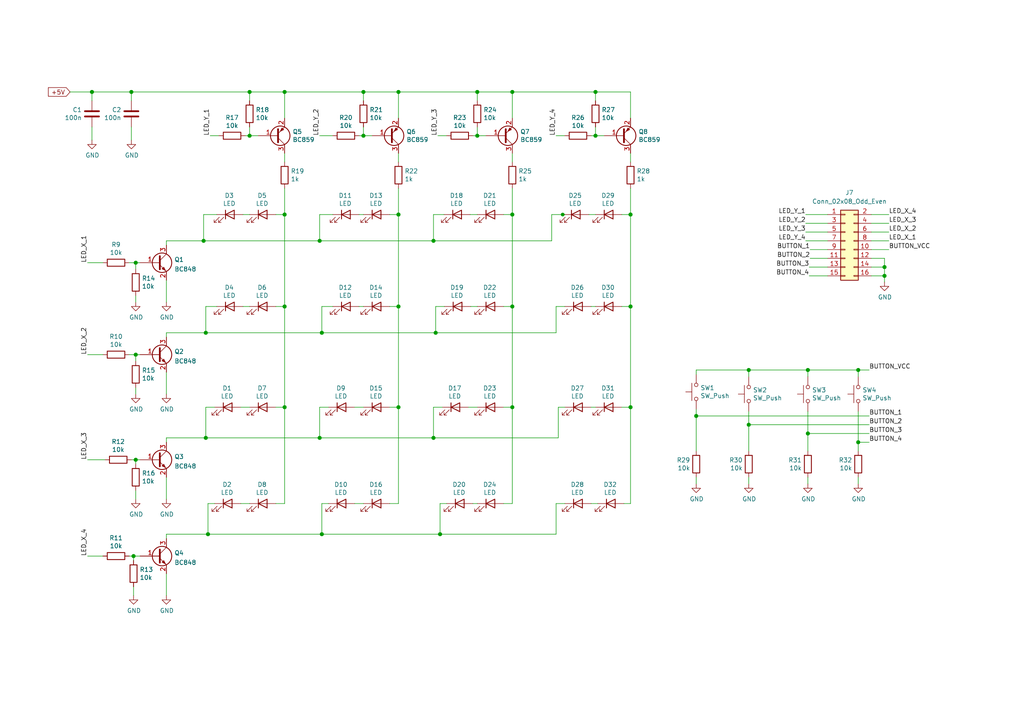
<source format=kicad_sch>
(kicad_sch (version 20211123) (generator eeschema)
  (paper "A4")
  (lib_symbols
    (symbol "Connector_Generic:Conn_02x08_Odd_Even" (pin_names (offset 1.016) hide)
      (property "Reference" "J" (at 1.27 10.16 0))
      (property "Value" "Conn_02x08_Odd_Even" (at 1.27 -12.7 0))
      (symbol "Conn_02x08_Odd_Even_1_1"
        (rectangle (start -1.27 -10.033) (end 0 -10.287) (stroke (width 0.1524)))
        (rectangle (start -1.27 -7.493) (end 0 -7.747) (stroke (width 0.1524)))
        (rectangle (start -1.27 -4.953) (end 0 -5.207) (stroke (width 0.1524)))
        (rectangle (start -1.27 -2.413) (end 0 -2.667) (stroke (width 0.1524)))
        (rectangle (start -1.27 0.127) (end 0 -0.127) (stroke (width 0.1524)))
        (rectangle (start -1.27 2.667) (end 0 2.413) (stroke (width 0.1524)))
        (rectangle (start -1.27 5.207) (end 0 4.953) (stroke (width 0.1524)))
        (rectangle (start -1.27 7.747) (end 0 7.493) (stroke (width 0.1524)))
        (rectangle (start -1.27 8.89) (end 3.81 -11.43) (stroke (width 0.254)) (fill (type background)))
        (rectangle (start 3.81 -10.033) (end 2.54 -10.287) (stroke (width 0.1524)))
        (rectangle (start 3.81 -7.493) (end 2.54 -7.747) (stroke (width 0.1524)))
        (rectangle (start 3.81 -4.953) (end 2.54 -5.207) (stroke (width 0.1524)))
        (rectangle (start 3.81 -2.413) (end 2.54 -2.667) (stroke (width 0.1524)))
        (rectangle (start 3.81 0.127) (end 2.54 -0.127) (stroke (width 0.1524)))
        (rectangle (start 3.81 2.667) (end 2.54 2.413) (stroke (width 0.1524)))
        (rectangle (start 3.81 5.207) (end 2.54 4.953) (stroke (width 0.1524)))
        (rectangle (start 3.81 7.747) (end 2.54 7.493) (stroke (width 0.1524)))
        (pin passive line (at -5.08 7.62 0) (length 3.81) (name "Pin_1") (number "1"))
        (pin passive line (at 7.62 -2.54 180) (length 3.81) (name "Pin_10") (number "10"))
        (pin passive line (at -5.08 -5.08 0) (length 3.81) (name "Pin_11") (number "11"))
        (pin passive line (at 7.62 -5.08 180) (length 3.81) (name "Pin_12") (number "12"))
        (pin passive line (at -5.08 -7.62 0) (length 3.81) (name "Pin_13") (number "13"))
        (pin passive line (at 7.62 -7.62 180) (length 3.81) (name "Pin_14") (number "14"))
        (pin passive line (at -5.08 -10.16 0) (length 3.81) (name "Pin_15") (number "15"))
        (pin passive line (at 7.62 -10.16 180) (length 3.81) (name "Pin_16") (number "16"))
        (pin passive line (at 7.62 7.62 180) (length 3.81) (name "Pin_2") (number "2"))
        (pin passive line (at -5.08 5.08 0) (length 3.81) (name "Pin_3") (number "3"))
        (pin passive line (at 7.62 5.08 180) (length 3.81) (name "Pin_4") (number "4"))
        (pin passive line (at -5.08 2.54 0) (length 3.81) (name "Pin_5") (number "5"))
        (pin passive line (at 7.62 2.54 180) (length 3.81) (name "Pin_6") (number "6"))
        (pin passive line (at -5.08 0 0) (length 3.81) (name "Pin_7") (number "7"))
        (pin passive line (at 7.62 0 180) (length 3.81) (name "Pin_8") (number "8"))
        (pin passive line (at -5.08 -2.54 0) (length 3.81) (name "Pin_9") (number "9"))
      )
    )
    (symbol "Device:C" (pin_numbers hide) (pin_names (offset 0.254))
      (property "Reference" "C" (at 0.635 2.54 0))
      (property "Value" "C" (at 0.635 -2.54 0))
      (symbol "C_0_1"
        (polyline (pts (xy -2.032 -0.762) (xy 2.032 -0.762)) (stroke (width 0.508)))
        (polyline (pts (xy -2.032 0.762) (xy 2.032 0.762)) (stroke (width 0.508)))
      )
      (symbol "C_1_1"
        (pin passive line (at 0 3.81 270) (length 2.794) (name "~") (number "1"))
        (pin passive line (at 0 -3.81 90) (length 2.794) (name "~") (number "2"))
      )
    )
    (symbol "Device:LED" (pin_numbers hide) (pin_names (offset 1.016) hide)
      (property "Reference" "D" (at 0 2.54 0))
      (property "Value" "LED" (at 0 -2.54 0))
      (symbol "LED_0_1"
        (polyline (pts (xy -1.27 -1.27) (xy -1.27 1.27)) (stroke (width 0.254)))
        (polyline (pts (xy -1.27 0) (xy 1.27 0)))
        (polyline (pts (xy 1.27 -1.27) (xy 1.27 1.27) (xy -1.27 0) (xy 1.27 -1.27)) (stroke (width 0.254)))
        (polyline (pts (xy -3.048 -0.762) (xy -4.572 -2.286) (xy -3.81 -2.286) (xy -4.572 -2.286) (xy -4.572 -1.524)))
        (polyline (pts (xy -1.778 -0.762) (xy -3.302 -2.286) (xy -2.54 -2.286) (xy -3.302 -2.286) (xy -3.302 -1.524)))
      )
      (symbol "LED_1_1"
        (pin passive line (at -3.81 0 0) (length 2.54) (name "K") (number "1"))
        (pin passive line (at 3.81 0 180) (length 2.54) (name "A") (number "2"))
      )
    )
    (symbol "Device:R" (pin_numbers hide) (pin_names (offset 0))
      (property "Reference" "R" (at 2.032 0 90))
      (property "Value" "R" (at 0 0 90))
      (symbol "R_0_1"
        (rectangle (start -1.016 -2.54) (end 1.016 2.54) (stroke (width 0.254)))
      )
      (symbol "R_1_1"
        (pin passive line (at 0 3.81 270) (length 1.27) (name "~") (number "1"))
        (pin passive line (at 0 -3.81 90) (length 1.27) (name "~") (number "2"))
      )
    )
    (symbol "Switch:SW_Push" (pin_numbers hide) (pin_names (offset 1.016) hide)
      (property "Reference" "SW" (at 1.27 2.54 0))
      (property "Value" "SW_Push" (at 0 -1.524 0))
      (symbol "SW_Push_0_1"
        (circle (center -2.032 0) (radius 0.508))
        (polyline (pts (xy 0 1.27) (xy 0 3.048)))
        (polyline (pts (xy 2.54 1.27) (xy -2.54 1.27)))
        (circle (center 2.032 0) (radius 0.508))
        (pin passive line (at -5.08 0 0) (length 2.54) (name "1") (number "1"))
        (pin passive line (at 5.08 0 180) (length 2.54) (name "2") (number "2"))
      )
    )
    (symbol "Transistor_BJT:BC848" (pin_names (offset 0) hide)
      (property "Reference" "Q" (at 5.08 1.905 0))
      (property "Value" "BC848" (at 5.08 0 0))
      (symbol "BC848_0_1"
        (polyline (pts (xy 0.635 0.635) (xy 2.54 2.54)))
        (polyline (pts (xy 0.635 -0.635) (xy 2.54 -2.54) (xy 2.54 -2.54)))
        (polyline (pts (xy 0.635 1.905) (xy 0.635 -1.905) (xy 0.635 -1.905)) (stroke (width 0.508)))
        (polyline (pts (xy 1.27 -1.778) (xy 1.778 -1.27) (xy 2.286 -2.286) (xy 1.27 -1.778) (xy 1.27 -1.778)) (fill (type outline)))
        (circle (center 1.27 0) (radius 2.8194) (stroke (width 0.254)))
      )
      (symbol "BC848_1_1"
        (pin input line (at -5.08 0 0) (length 5.715) (name "B") (number "1"))
        (pin passive line (at 2.54 -5.08 90) (length 2.54) (name "E") (number "2"))
        (pin passive line (at 2.54 5.08 270) (length 2.54) (name "C") (number "3"))
      )
    )
    (symbol "Transistor_BJT:BC859" (pin_names (offset 0) hide)
      (property "Reference" "Q" (at 5.08 1.905 0))
      (property "Value" "BC859" (at 5.08 0 0))
      (symbol "BC859_0_1"
        (polyline (pts (xy 0.635 0.635) (xy 2.54 2.54)))
        (polyline (pts (xy 0.635 -0.635) (xy 2.54 -2.54) (xy 2.54 -2.54)))
        (polyline (pts (xy 0.635 1.905) (xy 0.635 -1.905) (xy 0.635 -1.905)) (stroke (width 0.508)))
        (polyline (pts (xy 2.286 -1.778) (xy 1.778 -2.286) (xy 1.27 -1.27) (xy 2.286 -1.778) (xy 2.286 -1.778)) (fill (type outline)))
        (circle (center 1.27 0) (radius 2.8194) (stroke (width 0.254)))
      )
      (symbol "BC859_1_1"
        (pin input line (at -5.08 0 0) (length 5.715) (name "B") (number "1"))
        (pin passive line (at 2.54 -5.08 90) (length 2.54) (name "E") (number "2"))
        (pin passive line (at 2.54 5.08 270) (length 2.54) (name "C") (number "3"))
      )
    )
    (symbol "power:GND" (power) (pin_names (offset 0))
      (property "Value" "GND" (at 0 -3.81 0))
      (symbol "GND_0_1"
        (polyline (pts (xy 0 0) (xy 0 -1.27) (xy 1.27 -1.27) (xy 0 -2.54) (xy -1.27 -1.27) (xy 0 -1.27)))
      )
      (symbol "GND_1_1"
        (pin power_in line (at 0 0 270) (length 0) hide (name "GND") (number "1"))
      )
    )
  )
  (junction (at 115.57 88.9) (diameter 1.016))
  (junction (at 217.17 107.315) (diameter 1.016))
  (junction (at 38.735 161.29) (diameter 1.016))
  (junction (at 182.88 118.11) (diameter 1.016))
  (junction (at 82.55 26.67) (diameter 1.016))
  (junction (at 125.73 69.85) (diameter 1.016))
  (junction (at 92.71 69.85) (diameter 1.016))
  (junction (at 256.54 80.01) (diameter 1.016))
  (junction (at 148.59 26.67) (diameter 1.016))
  (junction (at 93.345 96.52) (diameter 1.016))
  (junction (at 59.69 96.52) (diameter 1.016))
  (junction (at 148.59 118.11) (diameter 1.016))
  (junction (at 72.39 26.67) (diameter 1.016))
  (junction (at 82.55 88.9) (diameter 1.016))
  (junction (at 248.92 107.315) (diameter 1.016))
  (junction (at 125.73 127) (diameter 1.016))
  (junction (at 234.315 107.315) (diameter 1.016))
  (junction (at 82.55 118.11) (diameter 1.016))
  (junction (at 182.88 62.23) (diameter 1.016))
  (junction (at 127.635 154.94) (diameter 1.016))
  (junction (at 201.93 120.65) (diameter 1.016))
  (junction (at 234.315 125.73) (diameter 1.016))
  (junction (at 172.72 26.67) (diameter 1.016))
  (junction (at 38.1 26.67) (diameter 1.016))
  (junction (at 163.195 62.23))
  (junction (at 59.055 69.85) (diameter 1.016))
  (junction (at 115.57 118.11) (diameter 1.016))
  (junction (at 182.88 88.9) (diameter 1.016))
  (junction (at 60.325 154.94) (diameter 1.016))
  (junction (at 72.39 39.37) (diameter 1.016))
  (junction (at 138.43 39.37) (diameter 1.016))
  (junction (at 93.345 154.94) (diameter 1.016))
  (junction (at 59.69 127) (diameter 1.016))
  (junction (at 105.41 39.37) (diameter 1.016))
  (junction (at 148.59 62.23) (diameter 1.016))
  (junction (at 115.57 26.67) (diameter 1.016))
  (junction (at 248.92 128.27) (diameter 1.016))
  (junction (at 92.71 127) (diameter 1.016))
  (junction (at 115.57 62.23) (diameter 1.016))
  (junction (at 39.37 133.35) (diameter 1.016))
  (junction (at 217.17 123.19) (diameter 1.016))
  (junction (at 148.59 88.9) (diameter 1.016))
  (junction (at 105.41 26.67) (diameter 1.016))
  (junction (at 39.37 102.87) (diameter 1.016))
  (junction (at 82.55 62.23) (diameter 1.016))
  (junction (at 39.37 76.2) (diameter 1.016))
  (junction (at 126.365 96.52) (diameter 1.016))
  (junction (at 256.54 77.47) (diameter 1.016))
  (junction (at 26.67 26.67) (diameter 1.016))
  (junction (at 138.43 26.67) (diameter 1.016))
  (junction (at 172.72 39.37) (diameter 1.016))
  (wire (pts (xy 248.92 138.43) (xy 248.92 140.335)))
  (wire (pts (xy 69.85 146.05) (xy 72.39 146.05)))
  (wire (pts (xy 105.41 62.23) (xy 104.14 62.23)))
  (wire (pts (xy 234.696 80.01) (xy 240.03 80.01)))
  (wire (pts (xy 25.4 76.2) (xy 29.845 76.2)))
  (wire (pts (xy 105.41 118.11) (xy 102.87 118.11)))
  (wire (pts (xy 182.88 118.11) (xy 182.88 146.05)))
  (wire (pts (xy 82.55 118.11) (xy 80.01 118.11)))
  (wire (pts (xy 234.315 138.43) (xy 234.315 140.335)))
  (wire (pts (xy 82.55 118.11) (xy 82.55 146.05)))
  (wire (pts (xy 172.72 88.9) (xy 171.45 88.9)))
  (wire (pts (xy 201.93 138.43) (xy 201.93 140.335)))
  (wire (pts (xy 148.59 26.67) (xy 148.59 34.29)))
  (wire (pts (xy 182.88 44.45) (xy 182.88 46.99)))
  (wire (pts (xy 25.4 102.87) (xy 29.845 102.87)))
  (wire (pts (xy 60.325 146.05) (xy 60.325 154.94)))
  (wire (pts (xy 62.23 146.05) (xy 60.325 146.05)))
  (wire (pts (xy 129.54 39.37) (xy 127 39.37)))
  (wire (pts (xy 74.93 39.37) (xy 72.39 39.37)))
  (wire (pts (xy 82.55 44.45) (xy 82.55 46.99)))
  (wire (pts (xy 93.345 146.05) (xy 93.345 154.94)))
  (wire (pts (xy 95.25 146.05) (xy 93.345 146.05)))
  (wire (pts (xy 115.57 118.11) (xy 115.57 146.05)))
  (wire (pts (xy 115.57 44.45) (xy 115.57 46.99)))
  (wire (pts (xy 248.92 128.27) (xy 248.92 119.38)))
  (wire (pts (xy 252.095 128.27) (xy 248.92 128.27)))
  (wire (pts (xy 63.5 39.37) (xy 60.96 39.37)))
  (wire (pts (xy 72.39 88.9) (xy 70.485 88.9)))
  (wire (pts (xy 39.37 76.2) (xy 37.465 76.2)))
  (wire (pts (xy 40.64 76.2) (xy 39.37 76.2)))
  (wire (pts (xy 180.34 62.23) (xy 182.88 62.23)))
  (wire (pts (xy 20.32 26.67) (xy 26.67 26.67)))
  (wire (pts (xy 26.67 26.67) (xy 38.1 26.67)))
  (wire (pts (xy 48.26 96.52) (xy 48.26 97.79)))
  (wire (pts (xy 234.696 77.47) (xy 240.03 77.47)))
  (wire (pts (xy 248.92 107.315) (xy 252.095 107.315)))
  (wire (pts (xy 115.57 26.67) (xy 115.57 34.29)))
  (wire (pts (xy 172.72 39.37) (xy 171.45 39.37)))
  (wire (pts (xy 48.26 69.85) (xy 59.055 69.85)))
  (wire (pts (xy 59.055 69.85) (xy 92.71 69.85)))
  (wire (pts (xy 92.71 69.85) (xy 125.73 69.85)))
  (wire (pts (xy 125.73 69.85) (xy 160.02 69.85)))
  (wire (pts (xy 26.67 36.83) (xy 26.67 40.64)))
  (wire (pts (xy 115.57 118.11) (xy 113.03 118.11)))
  (wire (pts (xy 127.635 146.05) (xy 127.635 154.94)))
  (wire (pts (xy 129.54 146.05) (xy 127.635 146.05)))
  (wire (pts (xy 240.03 74.93) (xy 234.95 74.93)))
  (wire (pts (xy 72.39 39.37) (xy 71.12 39.37)))
  (wire (pts (xy 92.71 62.23) (xy 92.71 69.85)))
  (wire (pts (xy 96.52 62.23) (xy 92.71 62.23)))
  (wire (pts (xy 107.95 39.37) (xy 105.41 39.37)))
  (wire (pts (xy 105.41 36.83) (xy 105.41 39.37)))
  (wire (pts (xy 38.735 170.18) (xy 38.735 172.72)))
  (wire (pts (xy 72.39 36.83) (xy 72.39 39.37)))
  (wire (pts (xy 39.37 102.87) (xy 37.465 102.87)))
  (wire (pts (xy 40.64 102.87) (xy 39.37 102.87)))
  (wire (pts (xy 113.03 88.9) (xy 115.57 88.9)))
  (wire (pts (xy 252.73 72.39) (xy 257.81 72.39)))
  (wire (pts (xy 82.55 62.23) (xy 82.55 88.9)))
  (wire (pts (xy 161.925 118.11) (xy 161.925 127)))
  (wire (pts (xy 163.83 118.11) (xy 161.925 118.11)))
  (wire (pts (xy 137.16 146.05) (xy 138.43 146.05)))
  (wire (pts (xy 59.69 127) (xy 92.71 127)))
  (wire (pts (xy 217.17 138.43) (xy 217.17 140.335)))
  (wire (pts (xy 171.45 118.11) (xy 172.72 118.11)))
  (wire (pts (xy 82.55 54.61) (xy 82.55 62.23)))
  (wire (pts (xy 136.398 62.23) (xy 138.43 62.23)))
  (wire (pts (xy 148.59 62.23) (xy 148.59 88.9)))
  (wire (pts (xy 80.01 88.9) (xy 82.55 88.9)))
  (wire (pts (xy 252.73 69.85) (xy 257.81 69.85)))
  (wire (pts (xy 48.26 154.94) (xy 48.26 156.21)))
  (wire (pts (xy 105.41 29.21) (xy 105.41 26.67)))
  (wire (pts (xy 240.03 64.77) (xy 233.68 64.77)))
  (wire (pts (xy 39.37 142.24) (xy 39.37 144.78)))
  (wire (pts (xy 82.55 88.9) (xy 82.55 118.11)))
  (wire (pts (xy 160.02 62.23) (xy 160.02 69.85)))
  (wire (pts (xy 39.37 133.35) (xy 38.1 133.35)))
  (wire (pts (xy 40.64 133.35) (xy 39.37 133.35)))
  (wire (pts (xy 82.55 26.67) (xy 82.55 34.29)))
  (wire (pts (xy 39.37 102.87) (xy 39.37 104.775)))
  (wire (pts (xy 175.26 39.37) (xy 172.72 39.37)))
  (wire (pts (xy 217.17 107.315) (xy 201.93 107.315)))
  (wire (pts (xy 161.29 88.9) (xy 161.29 96.52)))
  (wire (pts (xy 163.83 88.9) (xy 161.29 88.9)))
  (wire (pts (xy 252.73 67.31) (xy 257.81 67.31)))
  (wire (pts (xy 105.41 26.67) (xy 115.57 26.67)))
  (wire (pts (xy 201.93 118.745) (xy 201.93 120.65)))
  (wire (pts (xy 201.93 120.65) (xy 201.93 130.81)))
  (wire (pts (xy 60.325 154.94) (xy 93.345 154.94)))
  (wire (pts (xy 93.345 154.94) (xy 127.635 154.94)))
  (wire (pts (xy 127.635 154.94) (xy 161.29 154.94)))
  (wire (pts (xy 182.88 118.11) (xy 180.34 118.11)))
  (wire (pts (xy 72.39 26.67) (xy 82.55 26.67)))
  (wire (pts (xy 126.365 88.9) (xy 126.365 96.52)))
  (wire (pts (xy 128.905 88.9) (xy 126.365 88.9)))
  (wire (pts (xy 92.71 118.11) (xy 92.71 127)))
  (wire (pts (xy 95.25 118.11) (xy 92.71 118.11)))
  (wire (pts (xy 171.45 146.05) (xy 173.355 146.05)))
  (wire (pts (xy 148.59 26.67) (xy 172.72 26.67)))
  (wire (pts (xy 163.195 62.23) (xy 163.83 62.23)))
  (wire (pts (xy 38.735 161.29) (xy 37.465 161.29)))
  (wire (pts (xy 40.64 161.29) (xy 38.735 161.29)))
  (wire (pts (xy 182.88 146.05) (xy 180.975 146.05)))
  (wire (pts (xy 115.57 146.05) (xy 113.03 146.05)))
  (wire (pts (xy 70.485 62.23) (xy 72.39 62.23)))
  (wire (pts (xy 72.39 29.21) (xy 72.39 26.67)))
  (wire (pts (xy 172.72 26.67) (xy 182.88 26.67)))
  (wire (pts (xy 138.43 88.9) (xy 136.525 88.9)))
  (wire (pts (xy 102.87 146.05) (xy 105.41 146.05)))
  (wire (pts (xy 252.095 123.19) (xy 217.17 123.19)))
  (wire (pts (xy 38.1 29.21) (xy 38.1 26.67)))
  (wire (pts (xy 48.26 87.63) (xy 48.26 81.28)))
  (wire (pts (xy 172.72 29.21) (xy 172.72 26.67)))
  (wire (pts (xy 234.315 125.73) (xy 234.315 130.81)))
  (wire (pts (xy 240.03 69.85) (xy 233.68 69.85)))
  (wire (pts (xy 148.59 54.61) (xy 148.59 62.23)))
  (wire (pts (xy 39.37 112.395) (xy 39.37 114.3)))
  (wire (pts (xy 180.34 88.9) (xy 182.88 88.9)))
  (wire (pts (xy 105.41 39.37) (xy 104.14 39.37)))
  (wire (pts (xy 217.17 119.38) (xy 217.17 123.19)))
  (wire (pts (xy 217.17 123.19) (xy 217.17 130.81)))
  (wire (pts (xy 105.41 88.9) (xy 104.14 88.9)))
  (wire (pts (xy 48.26 127) (xy 59.69 127)))
  (wire (pts (xy 92.71 127) (xy 125.73 127)))
  (wire (pts (xy 125.73 127) (xy 161.925 127)))
  (wire (pts (xy 115.57 88.9) (xy 115.57 118.11)))
  (wire (pts (xy 252.73 77.47) (xy 256.54 77.47)))
  (wire (pts (xy 38.735 161.29) (xy 38.735 162.56)))
  (wire (pts (xy 161.29 146.05) (xy 161.29 154.94)))
  (wire (pts (xy 163.83 146.05) (xy 161.29 146.05)))
  (wire (pts (xy 48.26 144.78) (xy 48.26 138.43)))
  (wire (pts (xy 38.1 26.67) (xy 72.39 26.67)))
  (wire (pts (xy 182.88 62.23) (xy 182.88 88.9)))
  (wire (pts (xy 138.43 26.67) (xy 148.59 26.67)))
  (wire (pts (xy 59.69 118.11) (xy 59.69 127)))
  (wire (pts (xy 62.23 118.11) (xy 59.69 118.11)))
  (wire (pts (xy 182.88 88.9) (xy 182.88 118.11)))
  (wire (pts (xy 125.73 62.23) (xy 125.73 69.85)))
  (wire (pts (xy 256.54 74.93) (xy 256.54 77.47)))
  (wire (pts (xy 148.59 88.9) (xy 148.59 118.11)))
  (wire (pts (xy 59.055 62.23) (xy 59.055 69.85)))
  (wire (pts (xy 62.865 62.23) (xy 59.055 62.23)))
  (wire (pts (xy 252.73 62.23) (xy 257.81 62.23)))
  (wire (pts (xy 234.315 125.73) (xy 234.315 119.38)))
  (wire (pts (xy 252.095 125.73) (xy 234.315 125.73)))
  (wire (pts (xy 125.73 118.11) (xy 125.73 127)))
  (wire (pts (xy 128.27 118.11) (xy 125.73 118.11)))
  (wire (pts (xy 172.72 36.83) (xy 172.72 39.37)))
  (wire (pts (xy 182.88 54.61) (xy 182.88 62.23)))
  (wire (pts (xy 172.72 62.23) (xy 170.815 62.23)))
  (wire (pts (xy 115.57 62.23) (xy 115.57 88.9)))
  (wire (pts (xy 25.4 161.29) (xy 29.845 161.29)))
  (wire (pts (xy 48.26 114.3) (xy 48.26 107.95)))
  (wire (pts (xy 82.55 146.05) (xy 80.01 146.05)))
  (wire (pts (xy 252.73 74.93) (xy 256.54 74.93)))
  (wire (pts (xy 115.57 26.67) (xy 138.43 26.67)))
  (wire (pts (xy 115.57 54.61) (xy 115.57 62.23)))
  (wire (pts (xy 240.03 62.23) (xy 233.68 62.23)))
  (wire (pts (xy 148.59 118.11) (xy 146.05 118.11)))
  (wire (pts (xy 252.73 80.01) (xy 256.54 80.01)))
  (wire (pts (xy 256.54 77.47) (xy 256.54 80.01)))
  (wire (pts (xy 256.54 80.01) (xy 256.54 81.788)))
  (wire (pts (xy 146.05 62.23) (xy 148.59 62.23)))
  (wire (pts (xy 182.88 26.67) (xy 182.88 34.29)))
  (wire (pts (xy 240.03 72.39) (xy 234.95 72.39)))
  (wire (pts (xy 248.92 128.27) (xy 248.92 130.81)))
  (wire (pts (xy 48.26 154.94) (xy 60.325 154.94)))
  (wire (pts (xy 125.73 62.23) (xy 128.778 62.23)))
  (wire (pts (xy 80.01 62.23) (xy 82.55 62.23)))
  (wire (pts (xy 39.37 76.2) (xy 39.37 78.105)))
  (wire (pts (xy 201.93 120.65) (xy 252.095 120.65)))
  (wire (pts (xy 146.05 88.9) (xy 148.59 88.9)))
  (wire (pts (xy 48.26 69.85) (xy 48.26 71.12)))
  (wire (pts (xy 48.26 172.72) (xy 48.26 166.37)))
  (wire (pts (xy 234.315 107.315) (xy 248.92 107.315)))
  (wire (pts (xy 248.92 107.315) (xy 248.92 109.22)))
  (wire (pts (xy 96.52 39.37) (xy 92.71 39.37)))
  (wire (pts (xy 201.93 107.315) (xy 201.93 108.585)))
  (wire (pts (xy 93.345 88.9) (xy 93.345 96.52)))
  (wire (pts (xy 96.52 88.9) (xy 93.345 88.9)))
  (wire (pts (xy 140.97 39.37) (xy 138.43 39.37)))
  (wire (pts (xy 82.55 26.67) (xy 105.41 26.67)))
  (wire (pts (xy 234.315 107.315) (xy 234.315 109.22)))
  (wire (pts (xy 48.26 96.52) (xy 59.69 96.52)))
  (wire (pts (xy 59.69 96.52) (xy 93.345 96.52)))
  (wire (pts (xy 93.345 96.52) (xy 126.365 96.52)))
  (wire (pts (xy 126.365 96.52) (xy 161.29 96.52)))
  (wire (pts (xy 39.37 133.35) (xy 39.37 134.62)))
  (wire (pts (xy 39.37 85.725) (xy 39.37 87.63)))
  (wire (pts (xy 148.59 44.45) (xy 148.59 46.99)))
  (wire (pts (xy 138.43 39.37) (xy 137.16 39.37)))
  (wire (pts (xy 148.59 118.11) (xy 148.59 146.05)))
  (wire (pts (xy 59.69 88.9) (xy 59.69 96.52)))
  (wire (pts (xy 62.865 88.9) (xy 59.69 88.9)))
  (wire (pts (xy 217.17 107.315) (xy 217.17 109.22)))
  (wire (pts (xy 148.59 146.05) (xy 146.05 146.05)))
  (wire (pts (xy 135.89 118.11) (xy 138.43 118.11)))
  (wire (pts (xy 138.43 29.21) (xy 138.43 26.67)))
  (wire (pts (xy 69.85 118.11) (xy 72.39 118.11)))
  (wire (pts (xy 38.1 36.83) (xy 38.1 40.64)))
  (wire (pts (xy 252.73 64.77) (xy 257.81 64.77)))
  (wire (pts (xy 240.03 67.31) (xy 233.68 67.31)))
  (wire (pts (xy 163.83 39.37) (xy 161.29 39.37)))
  (wire (pts (xy 48.26 127) (xy 48.26 128.27)))
  (wire (pts (xy 26.67 29.21) (xy 26.67 26.67)))
  (wire (pts (xy 217.17 107.315) (xy 234.315 107.315)))
  (wire (pts (xy 113.03 62.23) (xy 115.57 62.23)))
  (wire (pts (xy 138.43 36.83) (xy 138.43 39.37)))
  (wire (pts (xy 25.4 133.35) (xy 30.48 133.35)))
  (wire (pts (xy 160.02 62.23) (xy 163.195 62.23)))
  (label "LED_Y_3" (at 127 39.37 90))
  (label "BUTTON_3" (at 234.696 77.47 180))
  (label "LED_Y_4" (at 161.29 39.37 90))
  (label "LED_Y_2" (at 233.68 64.77 180))
  (label "LED_Y_2" (at 92.71 39.37 90))
  (label "LED_Y_1" (at 233.68 62.23 180))
  (label "BUTTON_2" (at 252.095 123.19 0))
  (label "LED_Y_4" (at 233.68 69.85 180))
  (label "BUTTON_1" (at 252.095 120.65 0))
  (label "LED_Y_1" (at 60.96 39.37 90))
  (label "LED_X_2" (at 25.4 102.87 90))
  (label "BUTTON_4" (at 234.696 80.01 180))
  (label "BUTTON_3" (at 252.095 125.73 0))
  (label "LED_X_2" (at 257.81 67.31 0))
  (label "BUTTON_VCC" (at 252.095 107.315 0))
  (label "LED_Y_3" (at 233.68 67.31 180))
  (label "LED_X_1" (at 25.4 76.2 90))
  (label "BUTTON_VCC" (at 257.81 72.39 0))
  (label "BUTTON_4" (at 252.095 128.27 0))
  (label "BUTTON_1" (at 234.95 72.39 180))
  (label "LED_X_3" (at 25.4 133.35 90))
  (label "LED_X_4" (at 25.4 161.29 90))
  (label "BUTTON_2" (at 234.95 74.93 180))
  (label "LED_X_3" (at 257.81 64.77 0))
  (label "LED_X_4" (at 257.81 62.23 0))
  (label "LED_X_1" (at 257.81 69.85 0))
  (global_label "+5V" (shape input) (at 20.32 26.67 180) (property "Intersheet References" "${INTERSHEET_REFS}" (effects hide)))
  (symbol (lib_id "Switch:SW_Push") (at 201.93 113.665 90) (unit 1)
    (property "Reference" "SW1" (at 203.1492 112.4966 90) (effects (justify right)))
    (property "Value" "SW_Push" (at 203.1492 114.808 90) (effects (justify right)))
    (property "Footprint" "Button_Switch_THT:SW_PUSH_6mm" (effects hide))
  )
  (symbol (lib_id "Switch:SW_Push") (at 217.17 114.3 90) (unit 1)
    (property "Reference" "SW2" (at 218.3892 113.1316 90) (effects (justify right)))
    (property "Value" "SW_Push" (at 218.3892 115.443 90) (effects (justify right)))
    (property "Footprint" "Button_Switch_THT:SW_PUSH_6mm" (effects hide))
  )
  (symbol (lib_id "Device:LED") (at 176.53 62.23 0) (unit 1)
    (property "Reference" "D29" (at 176.3522 56.7182 0))
    (property "Value" "LED" (at 176.3522 59.0296 0))
    (property "Footprint" "LED_SMD:LED_1206_3216Metric" (effects hide))
  )
  (symbol (lib_id "Device:LED") (at 176.53 88.9 0) (unit 1)
    (property "Reference" "D30" (at 176.3522 83.3882 0))
    (property "Value" "LED" (at 176.3522 85.6996 0))
    (property "Footprint" "LED_SMD:LED_1206_3216Metric" (effects hide))
  )
  (symbol (lib_id "Device:LED") (at 176.53 118.11 0) (unit 1)
    (property "Reference" "D31" (at 176.3522 112.5982 0))
    (property "Value" "LED" (at 176.3522 114.9096 0))
    (property "Footprint" "LED_SMD:LED_1206_3216Metric" (effects hide))
  )
  (symbol (lib_id "Transistor_BJT:BC859") (at 180.34 39.37 0) (mirror x) (unit 1)
    (property "Reference" "Q8" (at 185.1914 38.2016 0) (effects (justify left)))
    (property "Value" "BC859" (at 185.1914 40.513 0) (effects (justify left)))
    (property "Footprint" "Package_TO_SOT_SMD:SOT-23" (effects hide))
    (property "Datasheet" "http://www.infineon.com/dgdl/Infineon-BC857SERIES_BC858SERIES_BC859SERIES_BC860SERIES-DS-v01_01-en.pdf?fileId=db3a304314dca389011541da0e3a1661" (effects hide))
  )
  (symbol (lib_id "Device:R") (at 172.72 33.02 0) (unit 1)
    (property "Reference" "R27" (at 174.498 31.8516 0) (effects (justify left)))
    (property "Value" "10k" (at 174.498 34.163 0) (effects (justify left)))
    (property "Footprint" "Resistor_SMD:R_0805_2012Metric" (effects hide))
  )
  (symbol (lib_id "Device:R") (at 167.64 39.37 270) (unit 1)
    (property "Reference" "R26" (at 167.64 34.1122 90))
    (property "Value" "10k" (at 167.64 36.4236 90))
    (property "Footprint" "Resistor_SMD:R_0805_2012Metric" (effects hide))
  )
  (symbol (lib_id "Device:R") (at 182.88 50.8 0) (unit 1)
    (property "Reference" "R28" (at 184.658 49.6316 0) (effects (justify left)))
    (property "Value" "1k" (at 184.658 51.943 0) (effects (justify left)))
    (property "Footprint" "Resistor_SMD:R_0805_2012Metric" (effects hide))
  )
  (symbol (lib_id "Device:LED") (at 76.2 146.05 0) (unit 1)
    (property "Reference" "D8" (at 76.0222 140.5382 0))
    (property "Value" "LED" (at 76.0222 142.8496 0))
    (property "Footprint" "LED_SMD:LED_1206_3216Metric" (effects hide))
  )
  (symbol (lib_id "Device:LED") (at 109.22 146.05 0) (unit 1)
    (property "Reference" "D16" (at 109.0422 140.5382 0))
    (property "Value" "LED" (at 109.0422 142.8496 0))
    (property "Footprint" "LED_SMD:LED_1206_3216Metric" (effects hide))
  )
  (symbol (lib_id "Device:LED") (at 142.24 146.05 0) (unit 1)
    (property "Reference" "D24" (at 142.0622 140.5382 0))
    (property "Value" "LED" (at 142.0622 142.8496 0))
    (property "Footprint" "LED_SMD:LED_1206_3216Metric" (effects hide))
  )
  (symbol (lib_id "Device:LED") (at 177.165 146.05 0) (unit 1)
    (property "Reference" "D32" (at 176.9872 140.5382 0))
    (property "Value" "LED" (at 176.9872 142.8496 0))
    (property "Footprint" "LED_SMD:LED_1206_3216Metric" (effects hide))
  )
  (symbol (lib_id "power:GND") (at 48.26 172.72 0) (unit 1)
    (property "Reference" "#PWR029" (effects hide))
    (property "Value" "GND" (at 48.387 177.1142 0))
  )
  (symbol (lib_id "Device:R") (at 33.655 161.29 270) (unit 1)
    (property "Reference" "R11" (at 33.655 156.0322 90))
    (property "Value" "10k" (at 33.655 158.3436 90))
    (property "Footprint" "Resistor_SMD:R_0805_2012Metric" (effects hide))
  )
  (symbol (lib_id "Device:R") (at 38.735 166.37 180) (unit 1)
    (property "Reference" "R13" (at 40.513 165.2016 0) (effects (justify right)))
    (property "Value" "10k" (at 40.513 167.513 0) (effects (justify right)))
    (property "Footprint" "Resistor_SMD:R_0805_2012Metric" (effects hide))
  )
  (symbol (lib_id "power:GND") (at 38.735 172.72 0) (unit 1)
    (property "Reference" "#PWR022" (effects hide))
    (property "Value" "GND" (at 38.862 177.1142 0))
  )
  (symbol (lib_id "Device:LED") (at 76.2 62.23 0) (unit 1)
    (property "Reference" "D5" (at 76.0222 56.7182 0))
    (property "Value" "LED" (at 76.0222 59.0296 0))
    (property "Footprint" "LED_SMD:LED_1206_3216Metric" (effects hide))
  )
  (symbol (lib_id "Device:LED") (at 76.2 88.9 0) (unit 1)
    (property "Reference" "D6" (at 76.0222 83.3882 0))
    (property "Value" "LED" (at 76.0222 85.6996 0))
    (property "Footprint" "LED_SMD:LED_1206_3216Metric" (effects hide))
  )
  (symbol (lib_id "Device:LED") (at 76.2 118.11 0) (unit 1)
    (property "Reference" "D7" (at 76.0222 112.5982 0))
    (property "Value" "LED" (at 76.0222 114.9096 0))
    (property "Footprint" "LED_SMD:LED_1206_3216Metric" (effects hide))
  )
  (symbol (lib_id "Device:LED") (at 109.22 62.23 0) (unit 1)
    (property "Reference" "D13" (at 109.0422 56.7182 0))
    (property "Value" "LED" (at 109.0422 59.0296 0))
    (property "Footprint" "LED_SMD:LED_1206_3216Metric" (effects hide))
  )
  (symbol (lib_id "Device:LED") (at 109.22 88.9 0) (unit 1)
    (property "Reference" "D14" (at 109.0422 83.3882 0))
    (property "Value" "LED" (at 109.0422 85.6996 0))
    (property "Footprint" "LED_SMD:LED_1206_3216Metric" (effects hide))
  )
  (symbol (lib_id "Device:LED") (at 109.22 118.11 0) (unit 1)
    (property "Reference" "D15" (at 109.0422 112.5982 0))
    (property "Value" "LED" (at 109.0422 114.9096 0))
    (property "Footprint" "LED_SMD:LED_1206_3216Metric" (effects hide))
  )
  (symbol (lib_id "Device:LED") (at 142.24 62.23 0) (unit 1)
    (property "Reference" "D21" (at 142.0622 56.7182 0))
    (property "Value" "LED" (at 142.0622 59.0296 0))
    (property "Footprint" "LED_SMD:LED_1206_3216Metric" (effects hide))
  )
  (symbol (lib_id "Device:LED") (at 142.24 88.9 0) (unit 1)
    (property "Reference" "D22" (at 142.0622 83.3882 0))
    (property "Value" "LED" (at 142.0622 85.6996 0))
    (property "Footprint" "LED_SMD:LED_1206_3216Metric" (effects hide))
  )
  (symbol (lib_id "Device:LED") (at 142.24 118.11 0) (unit 1)
    (property "Reference" "D23" (at 142.0622 112.5982 0))
    (property "Value" "LED" (at 142.0622 114.9096 0))
    (property "Footprint" "LED_SMD:LED_1206_3216Metric" (effects hide))
  )
  (symbol (lib_id "Transistor_BJT:BC859") (at 80.01 39.37 0) (mirror x) (unit 1)
    (property "Reference" "Q5" (at 84.8614 38.2016 0) (effects (justify left)))
    (property "Value" "BC859" (at 84.8614 40.513 0) (effects (justify left)))
    (property "Footprint" "Package_TO_SOT_SMD:SOT-23" (effects hide))
    (property "Datasheet" "http://www.infineon.com/dgdl/Infineon-BC857SERIES_BC858SERIES_BC859SERIES_BC860SERIES-DS-v01_01-en.pdf?fileId=db3a304314dca389011541da0e3a1661" (effects hide))
  )
  (symbol (lib_id "Device:R") (at 201.93 134.62 0) (unit 1)
    (property "Reference" "R29" (at 200.1774 133.4516 0) (effects (justify right)))
    (property "Value" "10k" (at 200.1774 135.763 0) (effects (justify right)))
    (property "Footprint" "Resistor_SMD:R_0805_2012Metric" (effects hide))
  )
  (symbol (lib_id "power:GND") (at 201.93 140.335 0) (unit 1)
    (property "Reference" "#PWR030" (effects hide))
    (property "Value" "GND" (at 202.057 144.7292 0))
  )
  (symbol (lib_id "power:GND") (at 48.26 87.63 0) (unit 1)
    (property "Reference" "#PWR026" (effects hide))
    (property "Value" "GND" (at 48.387 92.0242 0))
  )
  (symbol (lib_id "Device:R") (at 217.17 134.62 0) (unit 1)
    (property "Reference" "R30" (at 215.4174 133.4516 0) (effects (justify right)))
    (property "Value" "10k" (at 215.4174 135.763 0) (effects (justify right)))
    (property "Footprint" "Resistor_SMD:R_0805_2012Metric" (effects hide))
  )
  (symbol (lib_id "power:GND") (at 217.17 140.335 0) (unit 1)
    (property "Reference" "#PWR031" (effects hide))
    (property "Value" "GND" (at 217.297 144.7292 0))
  )
  (symbol (lib_id "Device:R") (at 72.39 33.02 0) (unit 1)
    (property "Reference" "R18" (at 74.168 31.8516 0) (effects (justify left)))
    (property "Value" "10k" (at 74.168 34.163 0) (effects (justify left)))
    (property "Footprint" "Resistor_SMD:R_0805_2012Metric" (effects hide))
  )
  (symbol (lib_id "Device:R") (at 67.31 39.37 270) (unit 1)
    (property "Reference" "R17" (at 67.31 34.1122 90))
    (property "Value" "10k" (at 67.31 36.4236 90))
    (property "Footprint" "Resistor_SMD:R_0805_2012Metric" (effects hide))
  )
  (symbol (lib_id "Transistor_BJT:BC859") (at 113.03 39.37 0) (mirror x) (unit 1)
    (property "Reference" "Q6" (at 117.8814 38.2016 0) (effects (justify left)))
    (property "Value" "BC859" (at 117.8814 40.513 0) (effects (justify left)))
    (property "Footprint" "Package_TO_SOT_SMD:SOT-23" (effects hide))
    (property "Datasheet" "http://www.infineon.com/dgdl/Infineon-BC857SERIES_BC858SERIES_BC859SERIES_BC860SERIES-DS-v01_01-en.pdf?fileId=db3a304314dca389011541da0e3a1661" (effects hide))
  )
  (symbol (lib_id "Device:R") (at 105.41 33.02 0) (unit 1)
    (property "Reference" "R21" (at 107.188 31.8516 0) (effects (justify left)))
    (property "Value" "10k" (at 107.188 34.163 0) (effects (justify left)))
    (property "Footprint" "Resistor_SMD:R_0805_2012Metric" (effects hide))
  )
  (symbol (lib_id "Device:R") (at 100.33 39.37 270) (unit 1)
    (property "Reference" "R20" (at 100.33 34.1122 90))
    (property "Value" "10k" (at 100.33 36.4236 90))
    (property "Footprint" "Resistor_SMD:R_0805_2012Metric" (effects hide))
  )
  (symbol (lib_id "Transistor_BJT:BC859") (at 146.05 39.37 0) (mirror x) (unit 1)
    (property "Reference" "Q7" (at 150.9014 38.2016 0) (effects (justify left)))
    (property "Value" "BC859" (at 150.9014 40.513 0) (effects (justify left)))
    (property "Footprint" "Package_TO_SOT_SMD:SOT-23" (effects hide))
    (property "Datasheet" "http://www.infineon.com/dgdl/Infineon-BC857SERIES_BC858SERIES_BC859SERIES_BC860SERIES-DS-v01_01-en.pdf?fileId=db3a304314dca389011541da0e3a1661" (effects hide))
  )
  (symbol (lib_id "Device:R") (at 138.43 33.02 0) (unit 1)
    (property "Reference" "R24" (at 140.208 31.8516 0) (effects (justify left)))
    (property "Value" "10k" (at 140.208 34.163 0) (effects (justify left)))
    (property "Footprint" "Resistor_SMD:R_0805_2012Metric" (effects hide))
  )
  (symbol (lib_id "Device:R") (at 133.35 39.37 270) (unit 1)
    (property "Reference" "R23" (at 133.35 34.1122 90))
    (property "Value" "10k" (at 133.35 36.4236 90))
    (property "Footprint" "Resistor_SMD:R_0805_2012Metric" (effects hide))
  )
  (symbol (lib_id "power:GND") (at 38.1 40.64 0) (unit 1)
    (property "Reference" "#PWR021" (effects hide))
    (property "Value" "GND" (at 38.227 45.0342 0))
  )
  (symbol (lib_id "Device:C") (at 38.1 33.02 0) (unit 1)
    (property "Reference" "C2" (at 35.179 31.8516 0) (effects (justify right)))
    (property "Value" "100n" (at 35.179 34.163 0) (effects (justify right)))
    (property "Footprint" "Capacitor_SMD:C_0805_2012Metric" (effects hide))
  )
  (symbol (lib_id "Device:R") (at 33.655 76.2 270) (unit 1)
    (property "Reference" "R9" (at 33.655 70.9422 90))
    (property "Value" "10k" (at 33.655 73.2536 90))
    (property "Footprint" "Resistor_SMD:R_0805_2012Metric" (effects hide))
  )
  (symbol (lib_id "Device:R") (at 39.37 81.915 180) (unit 1)
    (property "Reference" "R14" (at 41.148 80.7466 0) (effects (justify right)))
    (property "Value" "10k" (at 41.148 83.058 0) (effects (justify right)))
    (property "Footprint" "Resistor_SMD:R_0805_2012Metric" (effects hide))
  )
  (symbol (lib_id "power:GND") (at 39.37 87.63 0) (unit 1)
    (property "Reference" "#PWR023" (effects hide))
    (property "Value" "GND" (at 39.497 92.0242 0))
  )
  (symbol (lib_id "power:GND") (at 48.26 114.3 0) (unit 1)
    (property "Reference" "#PWR027" (effects hide))
    (property "Value" "GND" (at 48.387 118.6942 0))
  )
  (symbol (lib_id "Device:R") (at 33.655 102.87 270) (unit 1)
    (property "Reference" "R10" (at 33.655 97.6122 90))
    (property "Value" "10k" (at 33.655 99.9236 90))
    (property "Footprint" "Resistor_SMD:R_0805_2012Metric" (effects hide))
  )
  (symbol (lib_id "Device:R") (at 39.37 108.585 180) (unit 1)
    (property "Reference" "R15" (at 41.148 107.4166 0) (effects (justify right)))
    (property "Value" "10k" (at 41.148 109.728 0) (effects (justify right)))
    (property "Footprint" "Resistor_SMD:R_0805_2012Metric" (effects hide))
  )
  (symbol (lib_id "power:GND") (at 39.37 114.3 0) (unit 1)
    (property "Reference" "#PWR024" (effects hide))
    (property "Value" "GND" (at 39.497 118.6942 0))
  )
  (symbol (lib_id "power:GND") (at 48.26 144.78 0) (unit 1)
    (property "Reference" "#PWR028" (effects hide))
    (property "Value" "GND" (at 48.387 149.1742 0))
  )
  (symbol (lib_id "Device:R") (at 34.29 133.35 270) (unit 1)
    (property "Reference" "R12" (at 34.29 128.0922 90))
    (property "Value" "10k" (at 34.29 130.4036 90))
    (property "Footprint" "Resistor_SMD:R_0805_2012Metric" (effects hide))
  )
  (symbol (lib_id "Device:R") (at 39.37 138.43 180) (unit 1)
    (property "Reference" "R16" (at 41.148 137.2616 0) (effects (justify right)))
    (property "Value" "10k" (at 41.148 139.573 0) (effects (justify right)))
    (property "Footprint" "Resistor_SMD:R_0805_2012Metric" (effects hide))
  )
  (symbol (lib_id "power:GND") (at 39.37 144.78 0) (unit 1)
    (property "Reference" "#PWR025" (effects hide))
    (property "Value" "GND" (at 39.497 149.1742 0))
  )
  (symbol (lib_id "power:GND") (at 256.54 81.788 0) (unit 1)
    (property "Reference" "#PWR034" (effects hide))
    (property "Value" "GND" (at 256.667 86.1822 0))
  )
  (symbol (lib_id "Device:R") (at 82.55 50.8 0) (unit 1)
    (property "Reference" "R19" (at 84.328 49.6316 0) (effects (justify left)))
    (property "Value" "1k" (at 84.328 51.943 0) (effects (justify left)))
    (property "Footprint" "Resistor_SMD:R_0805_2012Metric" (effects hide))
  )
  (symbol (lib_id "Device:R") (at 115.57 50.8 0) (unit 1)
    (property "Reference" "R22" (at 117.348 49.6316 0) (effects (justify left)))
    (property "Value" "1k" (at 117.348 51.943 0) (effects (justify left)))
    (property "Footprint" "Resistor_SMD:R_0805_2012Metric" (effects hide))
  )
  (symbol (lib_id "Device:R") (at 148.59 50.8 0) (unit 1)
    (property "Reference" "R25" (at 150.368 49.6316 0) (effects (justify left)))
    (property "Value" "1k" (at 150.368 51.943 0) (effects (justify left)))
    (property "Footprint" "Resistor_SMD:R_0805_2012Metric" (effects hide))
  )
  (symbol (lib_id "Switch:SW_Push") (at 234.315 114.3 90) (unit 1)
    (property "Reference" "SW3" (at 235.5342 113.1316 90) (effects (justify right)))
    (property "Value" "SW_Push" (at 235.5342 115.443 90) (effects (justify right)))
    (property "Footprint" "Button_Switch_THT:SW_PUSH_6mm" (effects hide))
  )
  (symbol (lib_id "Device:LED") (at 167.64 88.9 0) (unit 1)
    (property "Reference" "D26" (at 167.4622 83.3882 0))
    (property "Value" "LED" (at 167.4622 85.6996 0))
    (property "Footprint" "LED_SMD:LED_1206_3216Metric" (effects hide))
  )
  (symbol (lib_id "Device:LED") (at 100.33 62.23 0) (unit 1)
    (property "Reference" "D11" (at 100.1522 56.7182 0))
    (property "Value" "LED" (at 100.1522 59.0296 0))
    (property "Footprint" "LED_SMD:LED_1206_3216Metric" (effects hide))
  )
  (symbol (lib_id "Connector_Generic:Conn_02x08_Odd_Even") (at 245.11 69.85 0) (unit 1)
    (property "Reference" "J7" (at 246.38 55.88 0))
    (property "Value" "Conn_02x08_Odd_Even" (at 246.38 58.42 0))
    (property "Footprint" "Connector_PinHeader_2.54mm:PinHeader_2x08_P2.54mm_Vertical" (effects hide))
  )
  (symbol (lib_id "Device:LED") (at 66.675 62.23 0) (unit 1)
    (property "Reference" "D3" (at 66.4972 56.7182 0))
    (property "Value" "LED" (at 66.4972 59.0296 0))
    (property "Footprint" "LED_SMD:LED_1206_3216Metric" (effects hide))
  )
  (symbol (lib_id "power:GND") (at 234.315 140.335 0) (unit 1)
    (property "Reference" "#PWR032" (effects hide))
    (property "Value" "GND" (at 234.442 144.7292 0))
  )
  (symbol (lib_id "Device:R") (at 234.315 134.62 0) (unit 1)
    (property "Reference" "R31" (at 232.5624 133.4516 0) (effects (justify right)))
    (property "Value" "10k" (at 232.5624 135.763 0) (effects (justify right)))
    (property "Footprint" "Resistor_SMD:R_0805_2012Metric" (effects hide))
  )
  (symbol (lib_id "Device:LED") (at 66.04 146.05 0) (unit 1)
    (property "Reference" "D2" (at 65.8622 140.5382 0))
    (property "Value" "LED" (at 65.8622 142.8496 0))
    (property "Footprint" "LED_SMD:LED_1206_3216Metric" (effects hide))
  )
  (symbol (lib_id "Device:LED") (at 66.675 88.9 0) (unit 1)
    (property "Reference" "D4" (at 66.4972 83.3882 0))
    (property "Value" "LED" (at 66.4972 85.6996 0))
    (property "Footprint" "LED_SMD:LED_1206_3216Metric" (effects hide))
  )
  (symbol (lib_id "Device:LED") (at 133.35 146.05 0) (unit 1)
    (property "Reference" "D20" (at 133.1722 140.5382 0))
    (property "Value" "LED" (at 133.1722 142.8496 0))
    (property "Footprint" "LED_SMD:LED_1206_3216Metric" (effects hide))
  )
  (symbol (lib_id "Device:LED") (at 66.04 118.11 0) (unit 1)
    (property "Reference" "D1" (at 65.8622 112.5982 0))
    (property "Value" "LED" (at 65.8622 114.9096 0))
    (property "Footprint" "LED_SMD:LED_1206_3216Metric" (effects hide))
  )
  (symbol (lib_id "Device:C") (at 26.67 33.02 0) (unit 1)
    (property "Reference" "C1" (at 23.749 31.8516 0) (effects (justify right)))
    (property "Value" "100n" (at 23.749 34.163 0) (effects (justify right)))
    (property "Footprint" "Capacitor_SMD:C_0805_2012Metric" (effects hide))
  )
  (symbol (lib_id "Device:LED") (at 167.64 118.11 0) (unit 1)
    (property "Reference" "D27" (at 167.4622 112.5982 0))
    (property "Value" "LED" (at 167.4622 114.9096 0))
    (property "Footprint" "LED_SMD:LED_1206_3216Metric" (effects hide))
  )
  (symbol (lib_id "Device:LED") (at 132.715 88.9 0) (unit 1)
    (property "Reference" "D19" (at 132.5372 83.3882 0))
    (property "Value" "LED" (at 132.5372 85.6996 0))
    (property "Footprint" "LED_SMD:LED_1206_3216Metric" (effects hide))
  )
  (symbol (lib_id "Transistor_BJT:BC848") (at 45.72 76.2 0) (unit 1)
    (property "Reference" "Q1" (at 50.5715 75.2915 0) (effects (justify left)))
    (property "Value" "BC848" (at 50.5715 78.0666 0) (effects (justify left)))
    (property "Footprint" "Package_TO_SOT_SMD:SOT-23" (effects hide))
    (property "Datasheet" "http://www.infineon.com/dgdl/Infineon-BC847SERIES_BC848SERIES_BC849SERIES_BC850SERIES-DS-v01_01-en.pdf?fileId=db3a304314dca389011541d4630a1657" (effects hide))
  )
  (symbol (lib_id "Device:LED") (at 132.588 62.23 0) (unit 1)
    (property "Reference" "D18" (at 132.4102 56.7182 0))
    (property "Value" "LED" (at 132.4102 59.0296 0))
    (property "Footprint" "LED_SMD:LED_1206_3216Metric" (effects hide))
  )
  (symbol (lib_id "Device:LED") (at 100.33 88.9 0) (unit 1)
    (property "Reference" "D12" (at 100.1522 83.3882 0))
    (property "Value" "LED" (at 100.1522 85.6996 0))
    (property "Footprint" "LED_SMD:LED_1206_3216Metric" (effects hide))
  )
  (symbol (lib_id "Device:LED") (at 167.005 62.23 0) (unit 1)
    (property "Reference" "D25" (at 166.8272 56.7182 0))
    (property "Value" "LED" (at 166.8272 59.0296 0))
    (property "Footprint" "LED_SMD:LED_1206_3216Metric" (effects hide))
  )
  (symbol (lib_id "Transistor_BJT:BC848") (at 45.72 102.87 0) (unit 1)
    (property "Reference" "Q2" (at 50.5715 101.9615 0) (effects (justify left)))
    (property "Value" "BC848" (at 50.5715 104.7366 0) (effects (justify left)))
    (property "Footprint" "Package_TO_SOT_SMD:SOT-23" (effects hide))
    (property "Datasheet" "http://www.infineon.com/dgdl/Infineon-BC847SERIES_BC848SERIES_BC849SERIES_BC850SERIES-DS-v01_01-en.pdf?fileId=db3a304314dca389011541d4630a1657" (effects hide))
  )
  (symbol (lib_id "Device:LED") (at 99.06 118.11 0) (unit 1)
    (property "Reference" "D9" (at 98.8822 112.5982 0))
    (property "Value" "LED" (at 98.8822 114.9096 0))
    (property "Footprint" "LED_SMD:LED_1206_3216Metric" (effects hide))
  )
  (symbol (lib_id "power:GND") (at 248.92 140.335 0) (unit 1)
    (property "Reference" "#PWR033" (effects hide))
    (property "Value" "GND" (at 249.047 144.7292 0))
  )
  (symbol (lib_id "Device:LED") (at 99.06 146.05 0) (unit 1)
    (property "Reference" "D10" (at 98.8822 140.5382 0))
    (property "Value" "LED" (at 98.8822 142.8496 0))
    (property "Footprint" "LED_SMD:LED_1206_3216Metric" (effects hide))
  )
  (symbol (lib_id "Device:R") (at 248.92 134.62 0) (unit 1)
    (property "Reference" "R32" (at 247.1674 133.4516 0) (effects (justify right)))
    (property "Value" "10k" (at 247.1674 135.763 0) (effects (justify right)))
    (property "Footprint" "Resistor_SMD:R_0805_2012Metric" (effects hide))
  )
  (symbol (lib_id "Device:LED") (at 132.08 118.11 0) (unit 1)
    (property "Reference" "D17" (at 131.9022 112.5982 0))
    (property "Value" "LED" (at 131.9022 114.9096 0))
    (property "Footprint" "LED_SMD:LED_1206_3216Metric" (effects hide))
  )
  (symbol (lib_id "Switch:SW_Push") (at 248.92 114.3 90) (unit 1)
    (property "Reference" "SW4" (at 250.1392 113.1316 90) (effects (justify right)))
    (property "Value" "SW_Push" (at 250.1392 115.443 90) (effects (justify right)))
    (property "Footprint" "Button_Switch_THT:SW_PUSH_6mm" (effects hide))
  )
  (symbol (lib_id "Transistor_BJT:BC848") (at 45.72 133.35 0) (unit 1)
    (property "Reference" "Q3" (at 50.5715 132.4415 0) (effects (justify left)))
    (property "Value" "BC848" (at 50.5715 135.2166 0) (effects (justify left)))
    (property "Footprint" "Package_TO_SOT_SMD:SOT-23" (effects hide))
    (property "Datasheet" "http://www.infineon.com/dgdl/Infineon-BC847SERIES_BC848SERIES_BC849SERIES_BC850SERIES-DS-v01_01-en.pdf?fileId=db3a304314dca389011541d4630a1657" (effects hide))
  )
  (symbol (lib_id "Transistor_BJT:BC848") (at 45.72 161.29 0) (unit 1)
    (property "Reference" "Q4" (at 50.5715 160.3815 0) (effects (justify left)))
    (property "Value" "BC848" (at 50.5715 163.1566 0) (effects (justify left)))
    (property "Footprint" "Package_TO_SOT_SMD:SOT-23" (effects hide))
    (property "Datasheet" "http://www.infineon.com/dgdl/Infineon-BC847SERIES_BC848SERIES_BC849SERIES_BC850SERIES-DS-v01_01-en.pdf?fileId=db3a304314dca389011541d4630a1657" (effects hide))
  )
  (symbol (lib_id "Device:LED") (at 167.64 146.05 0) (unit 1)
    (property "Reference" "D28" (at 167.4622 140.5382 0))
    (property "Value" "LED" (at 167.4622 142.8496 0))
    (property "Footprint" "LED_SMD:LED_1206_3216Metric" (effects hide))
  )
  (symbol (lib_id "power:GND") (at 26.67 40.64 0) (unit 1)
    (property "Reference" "#PWR020" (effects hide))
    (property "Value" "GND" (at 26.797 45.0342 0))
  )
)
</source>
